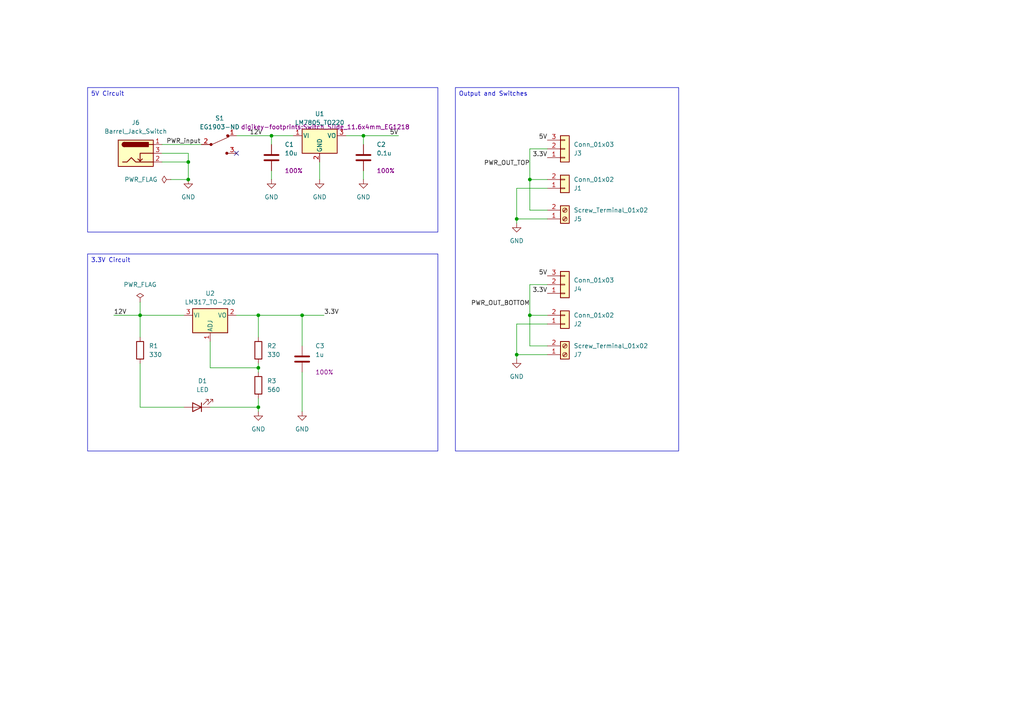
<source format=kicad_sch>
(kicad_sch (version 20231120) (generator "eeschema") (generator_version "8.0")
  (paper "A4")
  (title_block (title "Breadboard Power Supply ") (date "2024-12-22") (rev "1.0") (company "Ibrahim Okur"))
  (lib_symbols
    (symbol "Connector:Barrel_Jack_Switch" (pin_names hide)
      (property "Reference" "J" (at 0 5.334 0))
      (property "Value" "Barrel_Jack_Switch" (at 0 -5.08 0))
      (symbol "Barrel_Jack_Switch_0_1"
        (rectangle (start -5.08 3.81) (end 5.08 -3.81) (stroke (width 0.254)) (fill (type background)))
        (arc (start -3.302 3.175) (mid -3.9343 2.54) (end -3.302 1.905) (stroke (width 0.254)))
        (arc (start -3.302 3.175) (mid -3.9343 2.54) (end -3.302 1.905) (stroke (width 0.254)) (fill (type outline)))
        (polyline (pts (xy 1.27 -2.286) (xy 1.905 -1.651)) (stroke (width 0.254)))
        (polyline (pts (xy 5.08 2.54) (xy 3.81 2.54)) (stroke (width 0.254)))
        (polyline (pts (xy 5.08 0) (xy 1.27 0) (xy 1.27 -2.286) (xy 0.635 -1.651)) (stroke (width 0.254)))
        (polyline (pts (xy -3.81 -2.54) (xy -2.54 -2.54) (xy -1.27 -1.27) (xy 0 -2.54) (xy 2.54 -2.54) (xy 5.08 -2.54)) (stroke (width 0.254)))
        (rectangle (start 3.683 3.175) (end -3.302 1.905) (stroke (width 0.254)) (fill (type outline)))
      )
      (symbol "Barrel_Jack_Switch_1_1"
        (pin passive line (at 7.62 2.54 180) (length 2.54) (name "~") (number "1"))
        (pin passive line (at 7.62 -2.54 180) (length 2.54) (name "~") (number "2"))
        (pin passive line (at 7.62 0 180) (length 2.54) (name "~") (number "3"))
      )
    )
    (symbol "Connector:Screw_Terminal_01x02" (pin_names (offset 1.016) hide)
      (property "Reference" "J" (at 0 2.54 0))
      (property "Value" "Screw_Terminal_01x02" (at 0 -5.08 0))
      (symbol "Screw_Terminal_01x02_1_1"
        (rectangle (start -1.27 1.27) (end 1.27 -3.81) (stroke (width 0.254)) (fill (type background)))
        (circle (center 0 -2.54) (radius 0.635) (stroke (width 0.1524)))
        (polyline (pts (xy -0.5334 -2.2098) (xy 0.3302 -3.048)) (stroke (width 0.1524)))
        (polyline (pts (xy -0.5334 0.3302) (xy 0.3302 -0.508)) (stroke (width 0.1524)))
        (polyline (pts (xy -0.3556 -2.032) (xy 0.508 -2.8702)) (stroke (width 0.1524)))
        (polyline (pts (xy -0.3556 0.508) (xy 0.508 -0.3302)) (stroke (width 0.1524)))
        (circle (center 0 0) (radius 0.635) (stroke (width 0.1524)))
        (pin passive line (at -5.08 0 0) (length 3.81) (name "Pin_1") (number "1"))
        (pin passive line (at -5.08 -2.54 0) (length 3.81) (name "Pin_2") (number "2"))
      )
    )
    (symbol "Connector_Generic:Conn_01x02" (pin_names (offset 1.016) hide)
      (property "Reference" "J" (at 0 2.54 0))
      (property "Value" "Conn_01x02" (at 0 -5.08 0))
      (symbol "Conn_01x02_1_1"
        (rectangle (start -1.27 -2.413) (end 0 -2.667) (stroke (width 0.1524)))
        (rectangle (start -1.27 0.127) (end 0 -0.127) (stroke (width 0.1524)))
        (rectangle (start -1.27 1.27) (end 1.27 -3.81) (stroke (width 0.254)) (fill (type background)))
        (pin passive line (at -5.08 0 0) (length 3.81) (name "Pin_1") (number "1"))
        (pin passive line (at -5.08 -2.54 0) (length 3.81) (name "Pin_2") (number "2"))
      )
    )
    (symbol "Connector_Generic:Conn_01x03" (pin_names (offset 1.016) hide)
      (property "Reference" "J" (at 0 5.08 0))
      (property "Value" "Conn_01x03" (at 0 -5.08 0))
      (symbol "Conn_01x03_1_1"
        (rectangle (start -1.27 -2.413) (end 0 -2.667) (stroke (width 0.1524)))
        (rectangle (start -1.27 0.127) (end 0 -0.127) (stroke (width 0.1524)))
        (rectangle (start -1.27 2.667) (end 0 2.413) (stroke (width 0.1524)))
        (rectangle (start -1.27 3.81) (end 1.27 -3.81) (stroke (width 0.254)) (fill (type background)))
        (pin passive line (at -5.08 2.54 0) (length 3.81) (name "Pin_1") (number "1"))
        (pin passive line (at -5.08 0 0) (length 3.81) (name "Pin_2") (number "2"))
        (pin passive line (at -5.08 -2.54 0) (length 3.81) (name "Pin_3") (number "3"))
      )
    )
    (symbol "Device:R" (pin_numbers hide) (pin_names (offset 0))
      (property "Reference" "R" (at 2.032 0 90))
      (property "Value" "R" (at 0 0 90))
      (symbol "R_0_1"
        (rectangle (start -1.016 -2.54) (end 1.016 2.54) (stroke (width 0.254)))
      )
      (symbol "R_1_1"
        (pin passive line (at 0 3.81 270) (length 1.27) (name "~") (number "1"))
        (pin passive line (at 0 -3.81 90) (length 1.27) (name "~") (number "2"))
      )
    )
    (symbol "EG1903-ND:EG1903-ND" (pin_names (offset 0))
      (property "Reference" "S" (at -3.81 2.286 0))
      (property "Value" "EG1903-ND" (at 0 -5.334 0))
      (symbol "EG1903-ND_0_1"
        (circle (center -2.286 0) (radius 0.3556) (fill (type outline)))
        (polyline (pts (xy -2.032 0) (xy 3.048 2.286)))
        (circle (center 2.286 -2.54) (radius 0.3556) (fill (type outline)))
        (circle (center 2.54 2.54) (radius 0.3556) (fill (type outline)))
      )
      (symbol "EG1903-ND_1_1"
        (pin passive line (at 5.08 2.54 180) (length 2.54) (name "~") (number "1"))
        (pin passive line (at -5.08 0 0) (length 2.54) (name "~") (number "2"))
        (pin passive line (at 5.08 -2.54 180) (length 2.54) (name "~") (number "3"))
      )
    )
    (symbol "Regulator_Linear:LM317_TO-220" (pin_names (offset 0.254))
      (property "Reference" "U" (at -3.81 3.175 0))
      (property "Value" "LM317_TO-220" (at 0 3.175 0))
      (symbol "LM317_TO-220_0_1"
        (rectangle (start -5.08 1.905) (end 5.08 -5.08) (stroke (width 0.254)) (fill (type background)))
      )
      (symbol "LM317_TO-220_1_1"
        (pin input line (at 0 -7.62 90) (length 2.54) (name "ADJ") (number "1"))
        (pin power_out line (at 7.62 0 180) (length 2.54) (name "VO") (number "2"))
        (pin power_in line (at -7.62 0 0) (length 2.54) (name "VI") (number "3"))
      )
    )
    (symbol "Regulator_Linear:LM7805_TO220" (pin_names (offset 0.254))
      (property "Reference" "U" (at -3.81 3.175 0))
      (property "Value" "LM7805_TO220" (at 0 3.175 0))
      (symbol "LM7805_TO220_0_1"
        (rectangle (start -5.08 1.905) (end 5.08 -5.08) (stroke (width 0.254)) (fill (type background)))
      )
      (symbol "LM7805_TO220_1_1"
        (pin power_in line (at -7.62 0 0) (length 2.54) (name "VI") (number "1"))
        (pin power_in line (at 0 -7.62 90) (length 2.54) (name "GND") (number "2"))
        (pin power_out line (at 7.62 0 180) (length 2.54) (name "VO") (number "3"))
      )
    )
    (symbol "SparkFun-Capacitor:C" (pin_numbers hide) (pin_names (offset 0.254))
      (property "Reference" "C" (at 0.635 2.54 0))
      (property "Value" "C" (at 0.635 -2.54 0))
      (property "Voltage" "1kV" (at 0 -6.35 0))
      (property "Tolerance" "100%" (at 0 -8.89 0))
      (symbol "C_0_1"
        (polyline (pts (xy -2.032 -0.762) (xy 2.032 -0.762)) (stroke (width 0.508)))
        (polyline (pts (xy -2.032 0.762) (xy 2.032 0.762)) (stroke (width 0.508)))
      )
      (symbol "C_1_1"
        (pin passive line (at 0 3.81 270) (length 2.794) (name "~") (number "1"))
        (pin passive line (at 0 -3.81 90) (length 2.794) (name "~") (number "2"))
      )
    )
    (symbol "SparkFun-LED:LED" (pin_numbers hide) (pin_names (offset 1.016) hide)
      (property "Reference" "D" (at 0 2.54 0))
      (property "Value" "LED" (at 0 -2.54 0))
      (symbol "LED_0_1"
        (polyline (pts (xy -1.27 -1.27) (xy -1.27 1.27)) (stroke (width 0.254)))
        (polyline (pts (xy -1.27 0) (xy 1.27 0)))
        (polyline (pts (xy 1.27 -1.27) (xy 1.27 1.27) (xy -1.27 0) (xy 1.27 -1.27)) (stroke (width 0.254)))
        (polyline (pts (xy -3.048 -0.762) (xy -4.572 -2.286) (xy -3.81 -2.286) (xy -4.572 -2.286) (xy -4.572 -1.524)))
        (polyline (pts (xy -1.778 -0.762) (xy -3.302 -2.286) (xy -2.54 -2.286) (xy -3.302 -2.286) (xy -3.302 -1.524)))
      )
      (symbol "LED_1_1"
        (pin passive line (at -3.81 0 0) (length 2.54) (name "K") (number "1"))
        (pin passive line (at 3.81 0 180) (length 2.54) (name "A") (number "2"))
      )
    )
    (symbol "power:GND" (power) (pin_numbers hide) (pin_names (offset 0) hide)
      (property "Value" "GND" (at 0 -3.81 0))
      (symbol "GND_0_1"
        (polyline (pts (xy 0 0) (xy 0 -1.27) (xy 1.27 -1.27) (xy 0 -2.54) (xy -1.27 -1.27) (xy 0 -1.27)))
      )
      (symbol "GND_1_1"
        (pin power_in line (at 0 0 270) (length 0) (name "~") (number "1"))
      )
    )
    (symbol "power:PWR_FLAG" (power) (pin_numbers hide) (pin_names (offset 0) hide)
      (property "Value" "PWR_FLAG" (at 0 3.81 0))
      (symbol "PWR_FLAG_0_0"
        (pin power_out line (at 0 0 90) (length 0) (name "~") (number "1"))
      )
      (symbol "PWR_FLAG_0_1"
        (polyline (pts (xy 0 0) (xy 0 1.27) (xy -1.016 1.905) (xy 0 2.54) (xy 1.016 1.905) (xy 0 1.27)))
      )
    )
  )
  (junction (at 74.93 91.44))
  (junction (at 54.61 52.07))
  (junction (at 74.93 118.11))
  (junction (at 40.64 91.44))
  (junction (at 149.86 102.87))
  (junction (at 105.41 39.37))
  (junction (at 87.63 91.44))
  (junction (at 54.61 46.99))
  (junction (at 74.93 106.68))
  (junction (at 78.74 39.37))
  (junction (at 153.67 52.07))
  (junction (at 149.86 63.5))
  (junction (at 153.67 91.44))
  (no_connect (at 68.58 44.45))
  (wire (pts (xy 105.41 39.37) (xy 115.57 39.37)))
  (wire (pts (xy 153.67 82.55) (xy 153.67 91.44)))
  (wire (pts (xy 46.99 44.45) (xy 54.61 44.45)))
  (wire (pts (xy 87.63 91.44) (xy 87.63 100.33)))
  (wire (pts (xy 105.41 52.07) (xy 105.41 49.53)))
  (wire (pts (xy 92.71 52.07) (xy 92.71 46.99)))
  (wire (pts (xy 78.74 41.91) (xy 78.74 39.37)))
  (wire (pts (xy 158.75 91.44) (xy 153.67 91.44)))
  (wire (pts (xy 158.75 100.33) (xy 153.67 100.33)))
  (wire (pts (xy 158.75 82.55) (xy 153.67 82.55)))
  (wire (pts (xy 149.86 54.61) (xy 158.75 54.61)))
  (wire (pts (xy 40.64 91.44) (xy 40.64 97.79)))
  (wire (pts (xy 74.93 91.44) (xy 74.93 97.79)))
  (wire (pts (xy 87.63 107.95) (xy 87.63 119.38)))
  (wire (pts (xy 153.67 60.96) (xy 153.67 52.07)))
  (wire (pts (xy 149.86 54.61) (xy 149.86 63.5)))
  (wire (pts (xy 87.63 91.44) (xy 74.93 91.44)))
  (wire (pts (xy 74.93 115.57) (xy 74.93 118.11)))
  (wire (pts (xy 153.67 43.18) (xy 153.67 52.07)))
  (wire (pts (xy 149.86 102.87) (xy 158.75 102.87)))
  (wire (pts (xy 54.61 52.07) (xy 54.61 46.99)))
  (wire (pts (xy 149.86 93.98) (xy 149.86 102.87)))
  (wire (pts (xy 78.74 39.37) (xy 85.09 39.37)))
  (wire (pts (xy 74.93 106.68) (xy 74.93 107.95)))
  (wire (pts (xy 74.93 105.41) (xy 74.93 106.68)))
  (wire (pts (xy 74.93 119.38) (xy 74.93 118.11)))
  (wire (pts (xy 60.96 99.06) (xy 60.96 106.68)))
  (wire (pts (xy 149.86 63.5) (xy 149.86 64.77)))
  (wire (pts (xy 46.99 46.99) (xy 54.61 46.99)))
  (wire (pts (xy 40.64 118.11) (xy 53.34 118.11)))
  (wire (pts (xy 40.64 87.63) (xy 40.64 91.44)))
  (wire (pts (xy 68.58 39.37) (xy 78.74 39.37)))
  (wire (pts (xy 158.75 52.07) (xy 153.67 52.07)))
  (wire (pts (xy 153.67 43.18) (xy 158.75 43.18)))
  (wire (pts (xy 153.67 100.33) (xy 153.67 91.44)))
  (wire (pts (xy 60.96 118.11) (xy 74.93 118.11)))
  (wire (pts (xy 87.63 91.44) (xy 93.98 91.44)))
  (wire (pts (xy 54.61 46.99) (xy 54.61 44.45)))
  (wire (pts (xy 158.75 63.5) (xy 149.86 63.5)))
  (wire (pts (xy 60.96 106.68) (xy 74.93 106.68)))
  (wire (pts (xy 149.86 93.98) (xy 158.75 93.98)))
  (wire (pts (xy 158.75 60.96) (xy 153.67 60.96)))
  (wire (pts (xy 105.41 41.91) (xy 105.41 39.37)))
  (wire (pts (xy 33.02 91.44) (xy 40.64 91.44)))
  (wire (pts (xy 78.74 52.07) (xy 78.74 49.53)))
  (wire (pts (xy 40.64 105.41) (xy 40.64 118.11)))
  (wire (pts (xy 100.33 39.37) (xy 105.41 39.37)))
  (wire (pts (xy 40.64 91.44) (xy 53.34 91.44)))
  (wire (pts (xy 149.86 102.87) (xy 149.86 104.14)))
  (wire (pts (xy 46.99 41.91) (xy 58.42 41.91)))
  (wire (pts (xy 49.53 52.07) (xy 54.61 52.07)))
  (wire (pts (xy 68.58 91.44) (xy 74.93 91.44)))
  (text_box "5V Circuit" (at 25.4 25.4 0) (size 101.6 41.91) (effects (font (size 1.27 1.27)) (justify left top)))
  (text_box "3.3V Circuit" (at 25.4 73.66 0) (size 101.6 57.15) (effects (font (size 1.27 1.27)) (justify left top)))
  (text_box "Output and Switches" (at 132.08 25.4 0) (size 64.77 105.41) (effects (font (size 1.27 1.27)) (justify left top)))
  (label "3.3V" (at 158.75 85.09 180))
  (label "5V" (at 113.03 39.37 0))
  (label "12V" (at 33.02 91.44 0))
  (label "5V" (at 158.75 80.01 180))
  (label "3.3V" (at 158.75 45.72 180))
  (label "12V" (at 72.39 39.37 0))
  (label "3.3V" (at 93.98 91.44 0))
  (label "PWR_input" (at 48.26 41.91 0))
  (label "5V" (at 158.75 40.64 180))
  (label "PWR_OUT_TOP" (at 153.67 48.26 180))
  (label "PWR_OUT_BOTTOM" (at 153.67 88.9 180))
  (symbol (lib_id "power:GND") (at 87.63 119.38 0) (unit 1)
    (property "Reference" "#PWR06" (effects (hide yes)))
    (property "Value" "GND" (at 87.63 124.46 0))
    (property "Description" "Power symbol creates a global label with name \"GND\" , ground" (effects (hide yes)))
  )
  (symbol (lib_id "SparkFun-Capacitor:C") (at 105.41 45.72 0) (unit 1)
    (property "Reference" "C2" (at 109.22 41.9099 0) (effects (justify left)))
    (property "Value" "0.1u" (at 109.22 44.4499 0) (effects (justify left)))
    (property "Footprint" "Capacitor_THT:C_Disc_D3.0mm_W1.6mm_P2.50mm" (effects (hide yes)))
    (property "Datasheet" "https://cdn.sparkfun.com/assets/8/a/4/a/5/Kemet_Capacitor_Datasheet.pdf" (effects (hide yes)))
    (property "Description" "Unpolarized capacitor" (effects (hide yes)))
    (property "PROD_ID" "CAP-00000" (effects (hide yes)))
    (property "Tolerance" "100%" (at 109.22 49.5299 0) (effects (justify left)))
  )
  (symbol (lib_id "power:GND") (at 149.86 104.14 0) (unit 1)
    (property "Reference" "#PWR08" (effects (hide yes)))
    (property "Value" "GND" (at 149.86 109.22 0))
    (property "Description" "Power symbol creates a global label with name \"GND\" , ground" (effects (hide yes)))
  )
  (symbol (lib_id "power:GND") (at 105.41 52.07 0) (unit 1)
    (property "Reference" "#PWR05" (effects (hide yes)))
    (property "Value" "GND" (at 105.41 57.15 0))
    (property "Description" "Power symbol creates a global label with name \"GND\" , ground" (effects (hide yes)))
  )
  (symbol (lib_id "Connector_Generic:Conn_01x02") (at 163.83 54.61 0) (mirror x) (unit 1)
    (property "Reference" "J1" (at 166.37 54.6101 0) (effects (justify left)))
    (property "Value" "Conn_01x02" (at 166.37 52.0701 0) (effects (justify left)))
    (property "Footprint" "Connector_PinHeader_2.54mm:PinHeader_1x02_P2.54mm_Vertical" (effects (hide yes)))
    (property "Description" "Generic connector, single row, 01x02, script generated (kicad-library-utils/schlib/autogen/connector/)" (effects (hide yes)))
  )
  (symbol (lib_id "Regulator_Linear:LM317_TO-220") (at 60.96 91.44 0) (unit 1)
    (property "Reference" "U2" (at 60.96 85.09 0))
    (property "Value" "LM317_TO-220" (at 60.96 87.63 0))
    (property "Footprint" "Package_TO_SOT_THT:TO-220-3_Vertical" (effects (hide yes)))
    (property "Datasheet" "http://www.ti.com/lit/ds/symlink/lm317.pdf" (effects (hide yes)))
    (property "Description" "1.5A 35V Adjustable Linear Regulator, TO-220" (effects (hide yes)))
  )
  (symbol (lib_id "Connector:Screw_Terminal_01x02") (at 163.83 102.87 0) (mirror x) (unit 1)
    (property "Reference" "J7" (at 166.37 102.8701 0) (effects (justify left)))
    (property "Value" "Screw_Terminal_01x02" (at 166.37 100.3301 0) (effects (justify left)))
    (property "Footprint" "TerminalBlock:TerminalBlock_bornier-2_P5.08mm" (effects (hide yes)))
    (property "Description" "Generic screw terminal, single row, 01x02, script generated (kicad-library-utils/schlib/autogen/connector/)" (effects (hide yes)))
  )
  (symbol (lib_id "SparkFun-Capacitor:C") (at 78.74 45.72 0) (unit 1)
    (property "Reference" "C1" (at 82.55 41.9099 0) (effects (justify left)))
    (property "Value" "10u" (at 82.55 44.4499 0) (effects (justify left)))
    (property "Footprint" "Capacitor_THT:C_Disc_D3.0mm_W1.6mm_P2.50mm" (effects (hide yes)))
    (property "Datasheet" "https://cdn.sparkfun.com/assets/8/a/4/a/5/Kemet_Capacitor_Datasheet.pdf" (effects (hide yes)))
    (property "Description" "Unpolarized capacitor" (effects (hide yes)))
    (property "PROD_ID" "CAP-00000" (effects (hide yes)))
    (property "Tolerance" "100%" (at 82.55 49.5299 0) (effects (justify left)))
  )
  (symbol (lib_id "Connector:Barrel_Jack_Switch") (at 39.37 44.45 0) (unit 1)
    (property "Reference" "J6" (at 39.37 35.56 0))
    (property "Value" "Barrel_Jack_Switch" (at 39.37 38.1 0))
    (property "Footprint" "Connector_BarrelJack:BarrelJack_Horizontal" (effects (hide yes)))
    (property "Description" "DC Barrel Jack with an internal switch" (effects (hide yes)))
  )
  (symbol (lib_id "power:GND") (at 149.86 64.77 0) (unit 1)
    (property "Reference" "#PWR04" (effects (hide yes)))
    (property "Value" "GND" (at 149.86 69.85 0))
    (property "Description" "Power symbol creates a global label with name \"GND\" , ground" (effects (hide yes)))
  )
  (symbol (lib_id "power:GND") (at 74.93 119.38 0) (unit 1)
    (property "Reference" "#PWR07" (effects (hide yes)))
    (property "Value" "GND" (at 74.93 124.46 0))
    (property "Description" "Power symbol creates a global label with name \"GND\" , ground" (effects (hide yes)))
  )
  (symbol (lib_id "power:GND") (at 92.71 52.07 0) (unit 1)
    (property "Reference" "#PWR02" (effects (hide yes)))
    (property "Value" "GND" (at 92.71 57.15 0))
    (property "Description" "Power symbol creates a global label with name \"GND\" , ground" (effects (hide yes)))
  )
  (symbol (lib_id "power:GND") (at 54.61 52.07 0) (unit 1)
    (property "Reference" "#PWR03" (effects (hide yes)))
    (property "Value" "GND" (at 54.61 57.15 0))
    (property "Description" "Power symbol creates a global label with name \"GND\" , ground" (effects (hide yes)))
  )
  (symbol (lib_id "SparkFun-LED:LED") (at 57.15 118.11 180) (unit 1)
    (property "Reference" "D1" (at 58.7375 110.49 0))
    (property "Value" "LED" (at 58.7375 113.03 0))
    (property "Footprint" "LED_THT:LED_D5.0mm" (effects (hide yes)))
    (property "Description" "Light emitting diode" (effects (hide yes)))
    (property "PROD_ID" "LED-" (effects (hide yes)))
  )
  (symbol (lib_id "power:GND") (at 78.74 52.07 0) (unit 1)
    (property "Reference" "#PWR01" (effects (hide yes)))
    (property "Value" "GND" (at 78.74 57.15 0))
    (property "Description" "Power symbol creates a global label with name \"GND\" , ground" (effects (hide yes)))
  )
  (symbol (lib_id "Regulator_Linear:LM7805_TO220") (at 92.71 39.37 0) (unit 1)
    (property "Reference" "U1" (at 92.71 33.02 0))
    (property "Value" "LM7805_TO220" (at 92.71 35.56 0))
    (property "Footprint" "Package_TO_SOT_THT:TO-220-3_Vertical" (effects (hide yes)))
    (property "Datasheet" "https://www.onsemi.cn/PowerSolutions/document/MC7800-D.PDF" (effects (hide yes)))
    (property "Description" "Positive 1A 35V Linear Regulator, Fixed Output 5V, TO-220" (effects (hide yes)))
  )
  (symbol (lib_id "Connector_Generic:Conn_01x02") (at 163.83 93.98 0) (mirror x) (unit 1)
    (property "Reference" "J2" (at 166.37 93.9801 0) (effects (justify left)))
    (property "Value" "Conn_01x02" (at 166.37 91.4401 0) (effects (justify left)))
    (property "Footprint" "Connector_PinHeader_2.54mm:PinHeader_1x02_P2.54mm_Vertical" (effects (hide yes)))
    (property "Description" "Generic connector, single row, 01x02, script generated (kicad-library-utils/schlib/autogen/connector/)" (effects (hide yes)))
  )
  (symbol (lib_id "power:PWR_FLAG") (at 49.53 52.07 90) (unit 1)
    (property "Reference" "#FLG03" (effects (hide yes)))
    (property "Value" "PWR_FLAG" (at 45.72 52.0699 90) (effects (justify left)))
    (property "Description" "Special symbol for telling ERC where power comes from" (effects (hide yes)))
  )
  (symbol (lib_id "Connector_Generic:Conn_01x03") (at 163.83 43.18 0) (mirror x) (unit 1)
    (property "Reference" "J3" (at 166.37 44.4501 0) (effects (justify left)))
    (property "Value" "Conn_01x03" (at 166.37 41.9101 0) (effects (justify left)))
    (property "Footprint" "Connector_PinHeader_2.54mm:PinHeader_1x03_P2.54mm_Vertical" (effects (hide yes)))
    (property "Description" "Generic connector, single row, 01x03, script generated (kicad-library-utils/schlib/autogen/connector/)" (effects (hide yes)))
  )
  (symbol (lib_id "SparkFun-Capacitor:C") (at 87.63 104.14 0) (unit 1)
    (property "Reference" "C3" (at 91.44 100.3299 0) (effects (justify left)))
    (property "Value" "1u" (at 91.44 102.8699 0) (effects (justify left)))
    (property "Footprint" "Capacitor_THT:C_Disc_D3.0mm_W1.6mm_P2.50mm" (effects (hide yes)))
    (property "Datasheet" "https://cdn.sparkfun.com/assets/8/a/4/a/5/Kemet_Capacitor_Datasheet.pdf" (effects (hide yes)))
    (property "Description" "Unpolarized capacitor" (effects (hide yes)))
    (property "PROD_ID" "CAP-00000" (effects (hide yes)))
    (property "Tolerance" "100%" (at 91.44 107.9499 0) (effects (justify left)))
  )
  (symbol (lib_id "Connector_Generic:Conn_01x03") (at 163.83 82.55 0) (mirror x) (unit 1)
    (property "Reference" "J4" (at 166.37 83.8201 0) (effects (justify left)))
    (property "Value" "Conn_01x03" (at 166.37 81.2801 0) (effects (justify left)))
    (property "Footprint" "Connector_PinHeader_2.54mm:PinHeader_1x03_P2.54mm_Vertical" (effects (hide yes)))
    (property "Description" "Generic connector, single row, 01x03, script generated (kicad-library-utils/schlib/autogen/connector/)" (effects (hide yes)))
  )
  (symbol (lib_id "EG1903-ND:EG1903-ND") (at 63.5 41.91 0) (unit 1)
    (property "Reference" "S1" (at 63.7032 34.29 0))
    (property "Value" "EG1903-ND" (at 63.7032 36.83 0))
    (property "Footprint" "digikey-footprints:Switch_Slide_11.6x4mm_EG1218" (at 69.85 36.83 0) (effects (justify left)))
  )
  (symbol (lib_id "Device:R") (at 40.64 101.6 0) (unit 1)
    (property "Reference" "R1" (at 43.18 100.3299 0) (effects (justify left)))
    (property "Value" "330" (at 43.18 102.8699 0) (effects (justify left)))
    (property "Footprint" "Resistor_THT:R_Axial_DIN0204_L3.6mm_D1.6mm_P7.62mm_Horizontal" (effects (hide yes)))
    (property "Description" "Resistor" (effects (hide yes)))
  )
  (symbol (lib_id "power:PWR_FLAG") (at 40.64 87.63 0) (unit 1)
    (property "Reference" "#FLG04" (effects (hide yes)))
    (property "Value" "PWR_FLAG" (at 40.64 82.55 0))
    (property "Description" "Special symbol for telling ERC where power comes from" (effects (hide yes)))
  )
  (symbol (lib_id "Connector:Screw_Terminal_01x02") (at 163.83 63.5 0) (mirror x) (unit 1)
    (property "Reference" "J5" (at 166.37 63.5001 0) (effects (justify left)))
    (property "Value" "Screw_Terminal_01x02" (at 166.37 60.9601 0) (effects (justify left)))
    (property "Footprint" "TerminalBlock:TerminalBlock_bornier-2_P5.08mm" (effects (hide yes)))
    (property "Description" "Generic screw terminal, single row, 01x02, script generated (kicad-library-utils/schlib/autogen/connector/)" (effects (hide yes)))
  )
  (symbol (lib_id "Device:R") (at 74.93 101.6 0) (unit 1)
    (property "Reference" "R2" (at 77.47 100.3299 0) (effects (justify left)))
    (property "Value" "330" (at 77.47 102.8699 0) (effects (justify left)))
    (property "Footprint" "Resistor_THT:R_Axial_DIN0204_L3.6mm_D1.6mm_P7.62mm_Horizontal" (effects (hide yes)))
    (property "Description" "Resistor" (effects (hide yes)))
  )
  (symbol (lib_id "Device:R") (at 74.93 111.76 0) (unit 1)
    (property "Reference" "R3" (at 77.47 110.4899 0) (effects (justify left)))
    (property "Value" "560" (at 77.47 113.0299 0) (effects (justify left)))
    (property "Footprint" "Resistor_THT:R_Axial_DIN0204_L3.6mm_D1.6mm_P7.62mm_Horizontal" (effects (hide yes)))
    (property "Description" "Resistor" (effects (hide yes)))
  )
)
</source>
